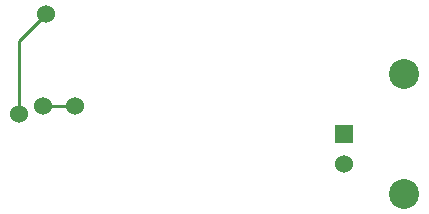
<source format=gbr>
G04 start of page 3 for group 1 idx 1 *
G04 Title: (unknown), ground *
G04 Creator: pcb 1.99z *
G04 CreationDate: Tue 21 Jul 2015 09:42:00 PM GMT UTC *
G04 For: david *
G04 Format: Gerber/RS-274X *
G04 PCB-Dimensions (mil): 3600.00 1200.00 *
G04 PCB-Coordinate-Origin: lower left *
%MOIN*%
%FSLAX25Y25*%
%LNGROUP1*%
%ADD28C,0.0810*%
%ADD27C,0.0350*%
%ADD26C,0.0300*%
%ADD25C,0.1000*%
%ADD24C,0.0600*%
%ADD23C,0.0001*%
%ADD22C,0.0100*%
G54D22*X199803Y75315D02*Y99921D01*
X208661Y108779D01*
X207677Y78267D02*X218504D01*
G54D23*G36*
X305071Y71819D02*Y65819D01*
X311071D01*
Y71819D01*
X305071D01*
G37*
G54D24*X308071Y58819D03*
G54D25*X328071Y48819D03*
Y88819D03*
G54D24*X199803Y75315D03*
X208661Y108779D03*
X207677Y78267D03*
X218504D03*
G54D26*G54D27*G54D28*M02*

</source>
